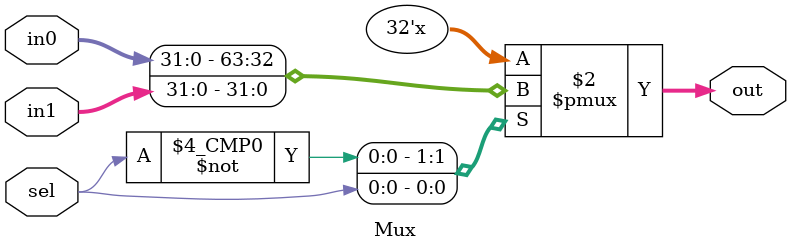
<source format=v>
module Mux(in0, in1, sel, out);

	input [31:0] in0;
	input [31:0] in1;
	input sel;
	output [31:0] out;
	
	reg [31:0] out;
	
	always @(*) begin
		case(sel)
			1'b0 : out <= in0;
			1'b1 : out <= in1;
		endcase
	end

endmodule

</source>
